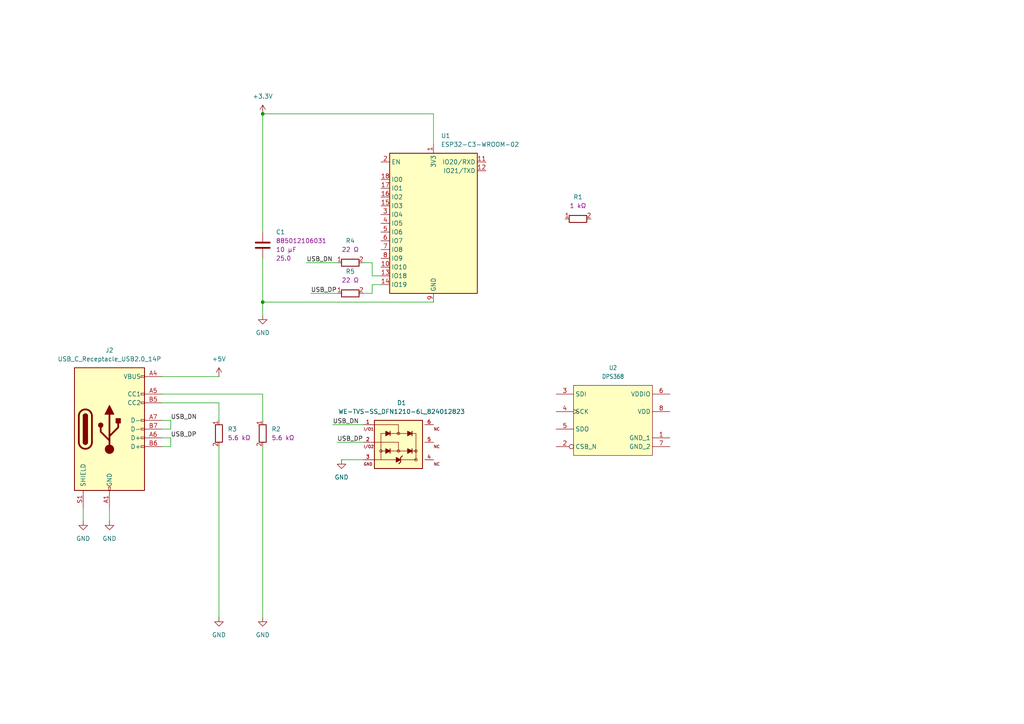
<source format=kicad_sch>
(kicad_sch (version 20250114) (generator "eeschema") (generator_version "9.0")
  (paper "A4")
  (lib_symbols
    (symbol "Capacitor_Wurth_WCAP-CSGP:0603_Fl0.35_R_885012106031" (pin_numbers (hide yes)) (pin_names (hide yes))
      (property "Reference" "C" (at 5.08 5.08 0))
      (property "Part Number" "885012106031" (at 5.08 2.54 0))
      (property "Capacitance" "10 µF" (at 5.08 0 0))
      (property "Voltage" "25.0" (at 5.08 -2.54 0))
      (symbol "0603_Fl0.35_R_885012106031_0_1"
        (polyline (pts (xy -2.032 0.762) (xy 2.032 0.762)) (stroke (width 0.508)))
        (polyline (pts (xy -2.032 -0.762) (xy 2.032 -0.762)) (stroke (width 0.508)))
      )
      (symbol "0603_Fl0.35_R_885012106031_1_1"
        (pin passive line (at 0 3.81 270) (length 2.794) (name "1") (number "1"))
        (pin passive line (at 0 -3.81 90) (length 2.794) (name "2") (number "2"))
      )
    )
    (symbol "Connector:USB_C_Receptacle_USB2.0_14P" (pin_names (offset 1.016))
      (property "Reference" "J" (at 0 22.225 0))
      (property "Value" "USB_C_Receptacle_USB2.0_14P" (at 0 19.685 0))
      (symbol "USB_C_Receptacle_USB2.0_14P_0_0"
        (rectangle (start -0.254 -17.78) (end 0.254 -16.764))
        (rectangle (start 10.16 15.494) (end 9.144 14.986))
        (rectangle (start 10.16 10.414) (end 9.144 9.906))
        (rectangle (start 10.16 7.874) (end 9.144 7.366))
        (rectangle (start 10.16 2.794) (end 9.144 2.286))
        (rectangle (start 10.16 0.254) (end 9.144 -0.254))
        (rectangle (start 10.16 -2.286) (end 9.144 -2.794))
        (rectangle (start 10.16 -4.826) (end 9.144 -5.334))
      )
      (symbol "USB_C_Receptacle_USB2.0_14P_0_1"
        (rectangle (start -10.16 17.78) (end 10.16 -17.78) (stroke (width 0.254)) (fill (type background)))
        (polyline (pts (xy -8.89 -3.81) (xy -8.89 3.81)) (stroke (width 0.508)))
        (rectangle (start -7.62 -3.81) (end -6.35 3.81) (stroke (width 0.254)) (fill (type outline)))
        (arc (start -7.62 3.81) (mid -6.985 4.4423) (end -6.35 3.81) (stroke (width 0.254)))
        (arc (start -7.62 3.81) (mid -6.985 4.4423) (end -6.35 3.81) (stroke (width 0.254)) (fill (type outline)))
        (arc (start -8.89 3.81) (mid -6.985 5.7067) (end -5.08 3.81) (stroke (width 0.508)))
        (arc (start -5.08 -3.81) (mid -6.985 -5.7067) (end -8.89 -3.81) (stroke (width 0.508)))
        (arc (start -6.35 -3.81) (mid -6.985 -4.4423) (end -7.62 -3.81) (stroke (width 0.254)))
        (arc (start -6.35 -3.81) (mid -6.985 -4.4423) (end -7.62 -3.81) (stroke (width 0.254)) (fill (type outline)))
        (polyline (pts (xy -5.08 3.81) (xy -5.08 -3.81)) (stroke (width 0.508)))
        (circle (center -2.54 1.143) (radius 0.635) (stroke (width 0.254)) (fill (type outline)))
        (polyline (pts (xy -1.27 4.318) (xy 0 6.858) (xy 1.27 4.318) (xy -1.27 4.318)) (stroke (width 0.254)) (fill (type outline)))
        (polyline (pts (xy 0 -2.032) (xy 2.54 0.508) (xy 2.54 1.778)) (stroke (width 0.508)))
        (polyline (pts (xy 0 -3.302) (xy -2.54 -0.762) (xy -2.54 0.508)) (stroke (width 0.508)))
        (polyline (pts (xy 0 -5.842) (xy 0 4.318)) (stroke (width 0.508)))
        (circle (center 0 -5.842) (radius 1.27) (fill (type outline)))
        (rectangle (start 1.905 1.778) (end 3.175 3.048) (stroke (width 0.254)) (fill (type outline)))
      )
      (symbol "USB_C_Receptacle_USB2.0_14P_1_1"
        (pin passive line (at -7.62 -22.86 90) (length 5.08) (name "SHIELD") (number "S1"))
        (pin passive line (at 0 -22.86 90) (length 5.08) (name "GND") (number "A1"))
        (pin passive line (at 0 -22.86 90) (length 5.08) (hide yes) (name "GND") (number "A12"))
        (pin passive line (at 0 -22.86 90) (length 5.08) (hide yes) (name "GND") (number "B1"))
        (pin passive line (at 0 -22.86 90) (length 5.08) (hide yes) (name "GND") (number "B12"))
        (pin passive line (at 15.24 15.24 180) (length 5.08) (name "VBUS") (number "A4"))
        (pin passive line (at 15.24 15.24 180) (length 5.08) (hide yes) (name "VBUS") (number "A9"))
        (pin passive line (at 15.24 15.24 180) (length 5.08) (hide yes) (name "VBUS") (number "B4"))
        (pin passive line (at 15.24 15.24 180) (length 5.08) (hide yes) (name "VBUS") (number "B9"))
        (pin bidirectional line (at 15.24 10.16 180) (length 5.08) (name "CC1") (number "A5"))
        (pin bidirectional line (at 15.24 7.62 180) (length 5.08) (name "CC2") (number "B5"))
        (pin bidirectional line (at 15.24 2.54 180) (length 5.08) (name "D-") (number "A7"))
        (pin bidirectional line (at 15.24 0 180) (length 5.08) (name "D-") (number "B7"))
        (pin bidirectional line (at 15.24 -2.54 180) (length 5.08) (name "D+") (number "A6"))
        (pin bidirectional line (at 15.24 -5.08 180) (length 5.08) (name "D+") (number "B6"))
      )
    )
    (symbol "DPS368:DPS368"
      (property "Reference" "U?" (at 0 0.635 0))
      (property "Value" "DPS368" (at 0 -22.225 0))
      (symbol "DPS368_1_0"
        (pin bidirectional line (at -5.08 -2.54 0) (length 5.08) (name "SDI") (number "3"))
        (pin input clock (at -5.08 -7.62 0) (length 5.08) (name "SCK") (number "4"))
        (pin output line (at -5.08 -12.7 0) (length 5.08) (name "SDO") (number "5"))
        (pin input inverted (at -5.08 -17.78 0) (length 5.08) (name "CSB_N") (number "2"))
        (pin power_in line (at 27.94 -2.54 180) (length 5.08) (name "VDDIO") (number "6"))
        (pin power_in line (at 27.94 -7.62 180) (length 5.08) (name "VDD") (number "8"))
        (pin power_in line (at 27.94 -15.24 180) (length 5.08) (name "GND_1") (number "1"))
        (pin power_in line (at 27.94 -17.78 180) (length 5.08) (name "GND_2") (number "7"))
      )
      (symbol "DPS368_1_1"
        (rectangle (start 0 0) (end 22.86 -20.32) (fill (type color) (color 255 255 194 1)))
      )
    )
    (symbol "RF_Module:ESP32-C3-WROOM-02"
      (property "Reference" "U" (at -12.192 21.336 0))
      (property "Value" "ESP32-C3-WROOM-02" (at 12.192 21.336 0))
      (symbol "ESP32-C3-WROOM-02_1_1"
        (rectangle (start -12.7 20.32) (end 12.7 -20.32) (stroke (width 0.254)) (fill (type background)))
        (pin input line (at -15.24 17.78 0) (length 2.54) (name "EN") (number "2"))
        (pin bidirectional line (at -15.24 12.7 0) (length 2.54) (name "IO0") (number "18"))
        (pin bidirectional line (at -15.24 10.16 0) (length 2.54) (name "IO1") (number "17"))
        (pin bidirectional line (at -15.24 7.62 0) (length 2.54) (name "IO2") (number "16"))
        (pin bidirectional line (at -15.24 5.08 0) (length 2.54) (name "IO3") (number "15"))
        (pin bidirectional line (at -15.24 2.54 0) (length 2.54) (name "IO4") (number "3"))
        (pin bidirectional line (at -15.24 0 0) (length 2.54) (name "IO5") (number "4"))
        (pin bidirectional line (at -15.24 -2.54 0) (length 2.54) (name "IO6") (number "5"))
        (pin bidirectional line (at -15.24 -5.08 0) (length 2.54) (name "IO7") (number "6"))
        (pin bidirectional line (at -15.24 -7.62 0) (length 2.54) (name "IO8") (number "7"))
        (pin bidirectional line (at -15.24 -10.16 0) (length 2.54) (name "IO9") (number "8"))
        (pin bidirectional line (at -15.24 -12.7 0) (length 2.54) (name "IO10") (number "10"))
        (pin bidirectional line (at -15.24 -15.24 0) (length 2.54) (name "IO18") (number "13"))
        (pin bidirectional line (at -15.24 -17.78 0) (length 2.54) (name "IO19") (number "14"))
        (pin power_in line (at 0 22.86 270) (length 2.54) (name "3V3") (number "1"))
        (pin passive line (at 0 -22.86 90) (length 2.54) (hide yes) (name "GND") (number "19"))
        (pin power_in line (at 0 -22.86 90) (length 2.54) (name "GND") (number "9"))
        (pin bidirectional line (at 15.24 17.78 180) (length 2.54) (name "IO20/RXD") (number "11"))
        (pin bidirectional line (at 15.24 15.24 180) (length 2.54) (name "IO21/TXD") (number "12"))
      )
    )
    (symbol "Resistor_Wurth_WRIS-RSKS:0402_560112110012" (pin_names (hide yes))
      (property "Reference" "R" (at 0 5.08 0))
      (property "Critical Parameter" "1 kΩ" (at 0 -7.62 0))
      (symbol "0402_560112110012_0_1"
        (rectangle (start -2.54 -1.016) (end 2.54 1.016) (stroke (width 0.254)))
      )
      (symbol "0402_560112110012_1_1"
        (pin passive line (at -3.81 0 0) (length 1.27) (name "~") (number "1"))
        (pin passive line (at 3.81 0 180) (length 1.27) (name "~") (number "2"))
      )
    )
    (symbol "Resistor_Wurth_WRIS-RSKS:0603_R_560112116017" (pin_names (hide yes))
      (property "Reference" "R" (at 0 5.08 0))
      (property "Critical Parameter" "5.6 kΩ" (at 0 -7.62 0))
      (symbol "0603_R_560112116017_0_1"
        (rectangle (start -2.54 -1.016) (end 2.54 1.016) (stroke (width 0.254)))
      )
      (symbol "0603_R_560112116017_1_1"
        (pin passive line (at -3.81 0 0) (length 1.27) (name "~") (number "1"))
        (pin passive line (at 3.81 0 180) (length 1.27) (name "~") (number "2"))
      )
    )
    (symbol "Resistor_Wurth_WRIS-RSKS:0603_R_560112116043" (pin_names (hide yes))
      (property "Reference" "R" (at 0 5.08 0))
      (property "Critical Parameter" "22 Ω" (at 0 -7.62 0))
      (symbol "0603_R_560112116043_0_1"
        (rectangle (start -2.54 -1.016) (end 2.54 1.016) (stroke (width 0.254)))
      )
      (symbol "0603_R_560112116043_1_1"
        (pin passive line (at -3.81 0 0) (length 1.27) (name "~") (number "1"))
        (pin passive line (at 3.81 0 180) (length 1.27) (name "~") (number "2"))
      )
    )
    (symbol "WE-TVS-SS_DFN1210-6L_824012823:WE-TVS-SS_DFN1210-6L_824012823" (pin_names (offset 1.016))
      (property "Reference" "D" (at 0 7.62 0))
      (property "Value" "WE-TVS-SS_DFN1210-6L_824012823" (at 0 -10.16 0))
      (symbol "WE-TVS-SS_DFN1210-6L_824012823_0_0"
        (rectangle (start -6.985 -7.62) (end 6.985 6.35) (stroke (width 0.254)) (fill (type background)))
        (circle (center -5.08 -2.54) (radius 0.381))
        (polyline (pts (xy -5.08 -5.08) (xy -7.62 -5.08)) (stroke (width 0.1524)))
        (polyline (pts (xy -5.08 -5.08) (xy -5.08 2.54)) (stroke (width 0.1524)))
        (polyline (pts (xy -5.08 -5.08) (xy 5.08 -5.08)) (stroke (width 0.1524)))
        (polyline (pts (xy -3.81 2.54) (xy -5.08 2.54)) (stroke (width 0.1524)))
        (polyline (pts (xy -3.81 -2.54) (xy -5.08 -2.54)) (stroke (width 0.1524)))
        (polyline (pts (xy -3.683 1.905) (xy -2.413 2.54) (xy -3.683 3.175) (xy -3.683 1.905)) (stroke (width 0.254)) (fill (type outline)))
        (polyline (pts (xy -3.683 -3.175) (xy -2.413 -2.54) (xy -3.683 -1.905) (xy -3.683 -3.175)) (stroke (width 0.254)) (fill (type outline)))
        (polyline (pts (xy -2.413 2.54) (xy -2.413 3.175)) (stroke (width 0.254)))
        (polyline (pts (xy -2.413 1.905) (xy -2.413 2.54)) (stroke (width 0.254)))
        (polyline (pts (xy -2.413 -3.175) (xy -2.413 -1.905)) (stroke (width 0.254)))
        (polyline (pts (xy -0.635 -5.715) (xy 0.635 -5.08) (xy -0.635 -4.445) (xy -0.635 -5.715)) (stroke (width 0.254)) (fill (type outline)))
        (polyline (pts (xy 0 5.08) (xy -7.62 5.08)) (stroke (width 0.1524)))
        (circle (center 0 2.54) (radius 0.381))
        (polyline (pts (xy 0 2.54) (xy -2.413 2.54)) (stroke (width 0.1524)))
        (polyline (pts (xy 0 2.54) (xy 0 5.08)) (stroke (width 0.1524)))
        (polyline (pts (xy 0 0) (xy -7.62 0)) (stroke (width 0.1524)))
        (polyline (pts (xy 0 -2.54) (xy -2.54 -2.54)) (stroke (width 0.1524)))
        (polyline (pts (xy 0 -2.54) (xy 0 0)) (stroke (width 0.1524)))
        (circle (center 0 -2.54) (radius 0.381))
        (polyline (pts (xy 0.635 -4.445) (xy 1.143 -3.937)) (stroke (width 0.254)))
        (polyline (pts (xy 0.635 -5.715) (xy 0.127 -6.223)) (stroke (width 0.254)))
        (polyline (pts (xy 0.635 -5.715) (xy 0.635 -4.445)) (stroke (width 0.254)))
        (polyline (pts (xy 2.54 2.54) (xy 0 2.54)) (stroke (width 0.1524)))
        (polyline (pts (xy 2.54 -2.54) (xy 0 -2.54)) (stroke (width 0.1524)))
        (polyline (pts (xy 2.667 1.905) (xy 3.937 2.54) (xy 2.667 3.175) (xy 2.667 1.905)) (stroke (width 0.254)) (fill (type outline)))
        (polyline (pts (xy 2.667 -3.175) (xy 3.937 -2.54) (xy 2.667 -1.905) (xy 2.667 -3.175)) (stroke (width 0.254)) (fill (type outline)))
        (polyline (pts (xy 3.81 -2.54) (xy 5.08 -2.54)) (stroke (width 0.1524)))
        (polyline (pts (xy 3.937 2.54) (xy 3.937 3.175)) (stroke (width 0.254)))
        (polyline (pts (xy 3.937 2.54) (xy 5.08 2.54)) (stroke (width 0.1524)))
        (polyline (pts (xy 3.937 1.905) (xy 3.937 2.54)) (stroke (width 0.254)))
        (polyline (pts (xy 3.937 -3.175) (xy 3.937 -1.905)) (stroke (width 0.254)))
        (circle (center 5.08 -2.54) (radius 0.381))
        (polyline (pts (xy 5.08 -5.08) (xy 5.08 2.54)) (stroke (width 0.1524)))
        (circle (center 5.08 -5.08) (radius 0.381))
        (text "I/O1" (at -10.16 3.81 0) (effects (font (size 0.8128 0.8128)) (justify left)))
        (text "I/O2" (at -10.16 -1.27 0) (effects (font (size 0.8128 0.8128)) (justify left)))
        (text "GND" (at -10.16 -6.35 0) (effects (font (size 0.8128 0.8128)) (justify left)))
        (text "NC" (at 10.16 3.81 0) (effects (font (size 0.8128 0.8128)) (justify left)))
        (text "NC" (at 10.16 -1.27 0) (effects (font (size 0.8128 0.8128)) (justify left)))
        (text "NC" (at 10.16 -6.35 0) (effects (font (size 0.8128 0.8128)) (justify left)))
        (pin passive line (at -10.16 5.08 0) (length 2.54) (name "~") (number "1"))
        (pin passive line (at -10.16 0 0) (length 2.54) (name "~") (number "2"))
        (pin passive line (at -10.16 -5.08 0) (length 2.54) (name "~") (number "3"))
        (pin passive line (at 10.16 5.08 180) (length 2.54) (name "~") (number "6"))
        (pin passive line (at 10.16 0 180) (length 2.54) (name "~") (number "5"))
        (pin passive line (at 10.16 -5.08 180) (length 2.54) (name "~") (number "4"))
      )
    )
    (symbol "power:+3.3V" (power) (pin_numbers (hide yes)) (pin_names (offset 0) (hide yes))
      (property "Value" "+3.3V" (at 0 3.556 0))
      (symbol "+3.3V_0_1"
        (polyline (pts (xy -0.762 1.27) (xy 0 2.54)))
        (polyline (pts (xy 0 2.54) (xy 0.762 1.27)))
        (polyline (pts (xy 0 0) (xy 0 2.54)))
      )
      (symbol "+3.3V_1_1"
        (pin power_in line (at 0 0 90) (length 0) (name "~") (number "1"))
      )
    )
    (symbol "power:+5V" (power) (pin_numbers (hide yes)) (pin_names (offset 0) (hide yes))
      (property "Value" "+5V" (at 0 3.556 0))
      (symbol "+5V_0_1"
        (polyline (pts (xy -0.762 1.27) (xy 0 2.54)))
        (polyline (pts (xy 0 2.54) (xy 0.762 1.27)))
        (polyline (pts (xy 0 0) (xy 0 2.54)))
      )
      (symbol "+5V_1_1"
        (pin power_in line (at 0 0 90) (length 0) (name "~") (number "1"))
      )
    )
    (symbol "power:GND" (power) (pin_numbers (hide yes)) (pin_names (offset 0) (hide yes))
      (property "Value" "GND" (at 0 -3.81 0))
      (symbol "GND_0_1"
        (polyline (pts (xy 0 0) (xy 0 -1.27) (xy 1.27 -1.27) (xy 0 -2.54) (xy -1.27 -1.27) (xy 0 -1.27)))
      )
      (symbol "GND_1_1"
        (pin power_in line (at 0 0 270) (length 0) (name "~") (number "1"))
      )
    )
  )
  (junction (at 76.2 33.02))
  (junction (at 76.2 87.63))
  (wire (pts (xy 90.17 85.09) (xy 97.79 85.09)))
  (wire (pts (xy 31.75 147.32) (xy 31.75 151.13)))
  (wire (pts (xy 46.99 116.84) (xy 63.5 116.84)))
  (wire (pts (xy 76.2 87.63) (xy 76.2 91.44)))
  (wire (pts (xy 110.49 80.01) (xy 107.95 80.01)))
  (wire (pts (xy 76.2 74.93) (xy 76.2 87.63)))
  (wire (pts (xy 63.5 129.54) (xy 63.5 179.07)))
  (wire (pts (xy 107.95 80.01) (xy 107.95 76.2)))
  (wire (pts (xy 107.95 76.2) (xy 105.41 76.2)))
  (wire (pts (xy 46.99 129.54) (xy 49.53 129.54)))
  (wire (pts (xy 99.06 133.35) (xy 105.41 133.35)))
  (wire (pts (xy 97.79 128.27) (xy 105.41 128.27)))
  (wire (pts (xy 76.2 129.54) (xy 76.2 179.07)))
  (wire (pts (xy 125.73 87.63) (xy 76.2 87.63)))
  (wire (pts (xy 46.99 114.3) (xy 76.2 114.3)))
  (wire (pts (xy 107.95 85.09) (xy 105.41 85.09)))
  (wire (pts (xy 63.5 116.84) (xy 63.5 121.92)))
  (wire (pts (xy 46.99 121.92) (xy 49.53 121.92)))
  (wire (pts (xy 63.5 109.22) (xy 46.99 109.22)))
  (wire (pts (xy 76.2 33.02) (xy 125.73 33.02)))
  (wire (pts (xy 107.95 82.55) (xy 107.95 85.09)))
  (wire (pts (xy 96.52 123.19) (xy 105.41 123.19)))
  (wire (pts (xy 49.53 121.92) (xy 49.53 124.46)))
  (wire (pts (xy 49.53 124.46) (xy 46.99 124.46)))
  (wire (pts (xy 76.2 121.92) (xy 76.2 114.3)))
  (wire (pts (xy 125.73 33.02) (xy 125.73 41.91)))
  (wire (pts (xy 76.2 67.31) (xy 76.2 33.02)))
  (wire (pts (xy 46.99 127) (xy 49.53 127)))
  (wire (pts (xy 110.49 82.55) (xy 107.95 82.55)))
  (wire (pts (xy 24.13 147.32) (xy 24.13 151.13)))
  (wire (pts (xy 88.9 76.2) (xy 97.79 76.2)))
  (wire (pts (xy 49.53 127) (xy 49.53 129.54)))
  (label "USB_DN" (at 96.52 123.19 0))
  (label "USB_DP" (at 97.79 128.27 0))
  (label "USB_DP" (at 90.17 85.09 0))
  (label "USB_DP" (at 49.53 127 0))
  (label "USB_DN" (at 88.9 76.2 0))
  (label "USB_DN" (at 49.53 121.92 0))
  (symbol (lib_id "RF_Module:ESP32-C3-WROOM-02") (at 125.73 64.77 0) (unit 1)
    (property "Reference" "U1" (at 127.8733 39.37 0) (effects (justify left)))
    (property "Value" "ESP32-C3-WROOM-02" (at 127.8733 41.91 0) (effects (justify left)))
    (property "Footprint" "RF_Module:ESP32-C3-WROOM-02" (effects (hide yes)))
    (property "Datasheet" "https://www.espressif.com/sites/default/files/documentation/esp32-c3-wroom-02_datasheet_en.pdf" (effects (hide yes)))
    (property "Description" "802.11 b/g/n Wi­Fi and Bluetooth 5 module, ESP32­C3 SoC, RISC­V microprocessor, On-board antenna" (effects (hide yes)))
  )
  (symbol (lib_id "power:+5V") (at 63.5 109.22 0) (unit 1)
    (property "Reference" "#PWR07" (effects (hide yes)))
    (property "Value" "+5V" (at 63.5 104.14 0))
    (property "Description" "Power symbol creates a global label with name \"+5V\"" (effects (hide yes)))
  )
  (symbol (lib_id "power:GND") (at 76.2 91.44 0) (unit 1)
    (property "Reference" "#PWR02" (effects (hide yes)))
    (property "Value" "GND" (at 76.2 96.52 0))
    (property "Description" "Power symbol creates a global label with name \"GND\" , ground" (effects (hide yes)))
  )
  (symbol (lib_id "power:GND") (at 63.5 179.07 0) (unit 1)
    (property "Reference" "#PWR05" (effects (hide yes)))
    (property "Value" "GND" (at 63.5 184.15 0))
    (property "Description" "Power symbol creates a global label with name \"GND\" , ground" (effects (hide yes)))
  )
  (symbol (lib_id "Resistor_Wurth_WRIS-RSKS:0402_560112110012") (at 167.64 63.5 0) (unit 1)
    (property "Reference" "R1" (at 167.64 57.15 0))
    (property "Value" "0402_560112110012" (effects (hide yes)))
    (property "Footprint" "Resistor_SMD_Wurth:R_Wurth_WRIS-RSKS-0402" (effects (hide yes)))
    (property "Datasheet" "https://www.we-online.com/catalog/datasheet/560112110012.pdf?ki" (effects (hide yes)))
    (property "Description" "Anti-Sulfur Thick Film Resistors" (effects (hide yes)))
    (property "Manufacturer" "Wurth Elektronik" (effects (hide yes)))
    (property "Manufacturer URL" "https://www.we-online.com" (effects (hide yes)))
    (property "Published Date" "20250214" (effects (hide yes)))
    (property "Match Code" "WRIS-RSKS" (effects (hide yes)))
    (property "MPN" "560112110012" (effects (hide yes)))
    (property "Size" "0402" (effects (hide yes)))
    (property "Mounting Technology" "SMT" (effects (hide yes)))
    (property "R" "1 kΩ" (effects (hide yes)))
    (property "Tol. R" "±1%" (effects (hide yes)))
    (property "PRated (mW)" "100.0" (effects (hide yes)))
    (property "TCR (ppm/ °C)" "-100" (effects (hide yes)))
    (property "TCR (ppm/ °C).1" "100" (effects (hide yes)))
    (property "VE (V)" "50" (effects (hide yes)))
    (property "L (mm)" "1.0" (effects (hide yes)))
    (property "W (mm)" "0.5" (effects (hide yes)))
    (property "H (mm)" "0.35" (effects (hide yes)))
    (property "Critical Parameter" "1 kΩ" (at 167.64 59.69 0))
  )
  (symbol (lib_id "power:GND") (at 76.2 179.07 0) (unit 1)
    (property "Reference" "#PWR06" (effects (hide yes)))
    (property "Value" "GND" (at 76.2 184.15 0))
    (property "Description" "Power symbol creates a global label with name \"GND\" , ground" (effects (hide yes)))
  )
  (symbol (lib_id "Capacitor_Wurth_WCAP-CSGP:0603_Fl0.35_R_885012106031") (at 76.2 71.12 0) (unit 1)
    (property "Reference" "C1" (at 80.01 67.3099 0) (effects (justify left)))
    (property "Value" "0603_Fl0.35_R_885012106031" (effects (hide yes)))
    (property "Footprint" "Capacitor_SMD_Wurth:C_Wurth_WCAP-CSGP-0603_Fl0.35_R" (effects (hide yes)))
    (property "Datasheet" "https://www.we-online.com/catalog/datasheet/885012106031.pdf?ki" (effects (hide yes)))
    (property "Description" "MLCCs 25 V(DC)" (effects (hide yes)))
    (property "Manufacturer" "Wurth Elektronik" (effects (hide yes)))
    (property "Manufacturer URL" "https://www.we-online.com" (effects (hide yes)))
    (property "Published Date" "20251008" (effects (hide yes)))
    (property "Match Code" "WCAP-CSGP" (effects (hide yes)))
    (property "Size" "0603_Fl0.35_R" (effects (hide yes)))
    (property "Mounting Technology" "SMT" (effects (hide yes)))
    (property "Part Number" "885012106031" (at 80.01 69.8499 0) (effects (justify left)))
    (property "Capacitance" "10 µF" (at 80.01 72.3899 0) (effects (justify left)))
    (property "Voltage" "25.0" (at 80.01 74.9299 0) (effects (justify left)))
    (property "C" "10 µF" (effects (hide yes)))
    (property "Tol. C" "±20%" (effects (hide yes)))
    (property "VR (V (DC))" "25.0" (effects (hide yes)))
    (property "Operating Temperature" "-55 °C up to +85 °C" (effects (hide yes)))
    (property "DF (%)" "20" (effects (hide yes)))
    (property "RISO" "0.01 GΩ" (effects (hide yes)))
    (property "Ceramic Type" "X5R Class II" (effects (hide yes)))
    (property "L (mm)" "1.6" (effects (hide yes)))
    (property "W (mm)" "0.8" (effects (hide yes)))
    (property "H (mm)" "0.8" (effects (hide yes)))
    (property "Fl (mm)" "0.35" (effects (hide yes)))
    (property "Q (%)" "–" (effects (hide yes)))
    (property "Demoboard" "nan" (effects (hide yes)))
  )
  (symbol (lib_id "WE-TVS-SS_DFN1210-6L_824012823:WE-TVS-SS_DFN1210-6L_824012823") (at 115.57 128.27 0) (unit 1)
    (property "Reference" "D1" (at 116.4732 116.84 0))
    (property "Value" "WE-TVS-SS_DFN1210-6L_824012823" (at 116.4732 119.38 0))
    (property "Footprint" "WE-TVS-SS_DFN1210-6L_824012823:WE-TVS_DFN1210-6L" (effects (hide yes)))
    (property "Datasheet" "https://www.we-online.com/components/products/datasheet/824012823.pdf" (effects (hide yes)))
    (property "MF" "Würth Elektronik" (effects (hide yes)))
    (property "Description_1" "ESD Protection Diodes / TVS Diodes WE-TVS Diode Array 3.3V 0.18pF 2Channel" (effects (hide yes)))
    (property "Package" "XFDFN-6 Wurth Electronics Inc." (effects (hide yes)))
    (property "Price" "None" (effects (hide yes)))
    (property "SnapEDA_Link" "https://www.snapeda.com/parts/824012823/W%25C3%25BCrth+Elektronik+Midcom/view-part/?ref=snap" (effects (hide yes)))
    (property "MP" "824012823" (effects (hide yes)))
    (property "Purchase-URL" "https://www.snapeda.com/api/url_track_click_mouser/?unipart_id=3282752&manufacturer=Würth Elektronik&part_name=824012823&search_term=None" (effects (hide yes)))
    (property "Availability" "In Stock" (effects (hide yes)))
    (property "Check_prices" "https://www.snapeda.com/parts/824012823/W%25C3%25BCrth+Elektronik+Midcom/view-part/?ref=eda" (effects (hide yes)))
    (property "MPN" "824012823" (effects (hide yes)))
  )
  (symbol (lib_id "power:+3.3V") (at 76.2 33.02 0) (unit 1)
    (property "Reference" "#PWR01" (effects (hide yes)))
    (property "Value" "+3.3V" (at 76.2 27.94 0))
    (property "Description" "Power symbol creates a global label with name \"+3.3V\"" (effects (hide yes)))
  )
  (symbol (lib_id "Resistor_Wurth_WRIS-RSKS:0603_R_560112116017") (at 63.5 125.73 270) (unit 1)
    (property "Reference" "R3" (at 66.04 124.4599 90) (effects (justify left)))
    (property "Value" "0603_R_560112116017" (effects (hide yes)))
    (property "Footprint" "Resistor_SMD_Wurth:R_Wurth_WRIS-RSKS-0603_R" (effects (hide yes)))
    (property "Datasheet" "https://www.we-online.com/catalog/datasheet/560112116017.pdf?ki" (effects (hide yes)))
    (property "Description" "Anti-Sulfur Thick Film Resistors" (effects (hide yes)))
    (property "Manufacturer" "Wurth Elektronik" (effects (hide yes)))
    (property "Manufacturer URL" "https://www.we-online.com" (effects (hide yes)))
    (property "Published Date" "20250214" (effects (hide yes)))
    (property "Match Code" "WRIS-RSKS" (effects (hide yes)))
    (property "Part Number" "560112116017" (effects (hide yes)))
    (property "Size" "0603_R" (effects (hide yes)))
    (property "Mounting Technology" "SMT" (effects (hide yes)))
    (property "R" "5.6 kΩ" (effects (hide yes)))
    (property "Tol. R" "±1%" (effects (hide yes)))
    (property "PRated (mW)" "100.0" (effects (hide yes)))
    (property "TCR (ppm/ °C)" "-100" (effects (hide yes)))
    (property "TCR (ppm/ °C).1" "100" (effects (hide yes)))
    (property "VE (V)" "75" (effects (hide yes)))
    (property "L (mm)" "1.6" (effects (hide yes)))
    (property "W (mm)" "0.8" (effects (hide yes)))
    (property "H (mm)" "0.45" (effects (hide yes)))
    (property "Critical Parameter" "5.6 kΩ" (at 66.04 126.9999 90) (effects (justify left)))
  )
  (symbol (lib_id "power:GND") (at 99.06 133.35 0) (unit 1)
    (property "Reference" "#PWR08" (effects (hide yes)))
    (property "Value" "GND" (at 99.06 138.43 0))
    (property "Description" "Power symbol creates a global label with name \"GND\" , ground" (effects (hide yes)))
  )
  (symbol (lib_id "power:GND") (at 24.13 151.13 0) (unit 1)
    (property "Reference" "#PWR03" (effects (hide yes)))
    (property "Value" "GND" (at 24.13 156.21 0))
    (property "Description" "Power symbol creates a global label with name \"GND\" , ground" (effects (hide yes)))
  )
  (symbol (lib_id "Resistor_Wurth_WRIS-RSKS:0603_R_560112116017") (at 76.2 125.73 270) (unit 1)
    (property "Reference" "R2" (at 78.74 124.4599 90) (effects (justify left)))
    (property "Value" "0603_R_560112116017" (effects (hide yes)))
    (property "Footprint" "Resistor_SMD_Wurth:R_Wurth_WRIS-RSKS-0603_R" (effects (hide yes)))
    (property "Datasheet" "https://www.we-online.com/catalog/datasheet/560112116017.pdf?ki" (effects (hide yes)))
    (property "Description" "Anti-Sulfur Thick Film Resistors" (effects (hide yes)))
    (property "Manufacturer" "Wurth Elektronik" (effects (hide yes)))
    (property "Manufacturer URL" "https://www.we-online.com" (effects (hide yes)))
    (property "Published Date" "20250214" (effects (hide yes)))
    (property "Match Code" "WRIS-RSKS" (effects (hide yes)))
    (property "Part Number" "560112116017" (effects (hide yes)))
    (property "Size" "0603_R" (effects (hide yes)))
    (property "Mounting Technology" "SMT" (effects (hide yes)))
    (property "R" "5.6 kΩ" (effects (hide yes)))
    (property "Tol. R" "±1%" (effects (hide yes)))
    (property "PRated (mW)" "100.0" (effects (hide yes)))
    (property "TCR (ppm/ °C)" "-100" (effects (hide yes)))
    (property "TCR (ppm/ °C).1" "100" (effects (hide yes)))
    (property "VE (V)" "75" (effects (hide yes)))
    (property "L (mm)" "1.6" (effects (hide yes)))
    (property "W (mm)" "0.8" (effects (hide yes)))
    (property "H (mm)" "0.45" (effects (hide yes)))
    (property "Critical Parameter" "5.6 kΩ" (at 78.74 126.9999 90) (effects (justify left)))
  )
  (symbol (lib_id "Resistor_Wurth_WRIS-RSKS:0603_R_560112116043") (at 101.6 85.09 0) (unit 1)
    (property "Reference" "R5" (at 101.6 78.74 0))
    (property "Value" "0603_R_560112116043" (effects (hide yes)))
    (property "Footprint" "Resistor_SMD_Wurth:R_Wurth_WRIS-RSKS-0603_R" (effects (hide yes)))
    (property "Datasheet" "https://www.we-online.com/catalog/datasheet/560112116043.pdf?ki" (effects (hide yes)))
    (property "Description" "Anti-Sulfur Thick Film Resistors" (effects (hide yes)))
    (property "Manufacturer" "Wurth Elektronik" (effects (hide yes)))
    (property "Manufacturer URL" "https://www.we-online.com" (effects (hide yes)))
    (property "Published Date" "20250214" (effects (hide yes)))
    (property "Match Code" "WRIS-RSKS" (effects (hide yes)))
    (property "Part Number" "560112116043" (effects (hide yes)))
    (property "Size" "0603_R" (effects (hide yes)))
    (property "Mounting Technology" "SMT" (effects (hide yes)))
    (property "R" "22 Ω" (effects (hide yes)))
    (property "Tol. R" "±5%" (effects (hide yes)))
    (property "PRated (mW)" "100.0" (effects (hide yes)))
    (property "TCR (ppm/ °C)" "-100" (effects (hide yes)))
    (property "TCR (ppm/ °C).1" "100" (effects (hide yes)))
    (property "VE (V)" "75" (effects (hide yes)))
    (property "L (mm)" "1.6" (effects (hide yes)))
    (property "W (mm)" "0.8" (effects (hide yes)))
    (property "H (mm)" "0.45" (effects (hide yes)))
    (property "Critical Parameter" "22 Ω" (at 101.6 81.28 0))
    (property "MPN" "560112116043" (effects (hide yes)))
  )
  (symbol (lib_id "DPS368:DPS368") (at 166.37 111.76 0) (unit 1)
    (property "Reference" "U2" (at 177.8 106.68 0) (effects (font (size 1.27 1.0795))))
    (property "Value" "DPS368" (at 177.8 109.22 0) (effects (font (size 1.27 1.0795))))
    (property "Footprint" "DPS368:LGA8S145X65P2X4_200X250X110-V" (effects (hide yes)))
    (property "Description" "Digital Barometric Pressure Sensor for Portable Devices" (effects (hide yes)))
  )
  (symbol (lib_id "power:GND") (at 31.75 151.13 0) (unit 1)
    (property "Reference" "#PWR04" (effects (hide yes)))
    (property "Value" "GND" (at 31.75 156.21 0))
    (property "Description" "Power symbol creates a global label with name \"GND\" , ground" (effects (hide yes)))
  )
  (symbol (lib_id "Connector:USB_C_Receptacle_USB2.0_14P") (at 31.75 124.46 0) (unit 1)
    (property "Reference" "J2" (at 31.75 101.6 0))
    (property "Value" "USB_C_Receptacle_USB2.0_14P" (at 31.75 104.14 0))
    (property "Footprint" "Eagle_WR-USB (rev25c):629722000214" (effects (hide yes)))
    (property "Datasheet" "https://www.usb.org/sites/default/files/documents/usb_type-c.zip" (effects (hide yes)))
    (property "Description" "USB 2.0-only 14P Type-C Receptacle connector" (effects (hide yes)))
    (property "MPN" "629722000214" (effects (hide yes)))
  )
  (symbol (lib_id "Resistor_Wurth_WRIS-RSKS:0603_R_560112116043") (at 101.6 76.2 0) (unit 1)
    (property "Reference" "R4" (at 101.6 69.85 0))
    (property "Value" "0603_R_560112116043" (effects (hide yes)))
    (property "Footprint" "Resistor_SMD_Wurth:R_Wurth_WRIS-RSKS-0603_R" (effects (hide yes)))
    (property "Datasheet" "https://www.we-online.com/catalog/datasheet/560112116043.pdf?ki" (effects (hide yes)))
    (property "Description" "Anti-Sulfur Thick Film Resistors" (effects (hide yes)))
    (property "Manufacturer" "Wurth Elektronik" (effects (hide yes)))
    (property "Manufacturer URL" "https://www.we-online.com" (effects (hide yes)))
    (property "Published Date" "20250214" (effects (hide yes)))
    (property "Match Code" "WRIS-RSKS" (effects (hide yes)))
    (property "Part Number" "560112116043" (effects (hide yes)))
    (property "Size" "0603_R" (effects (hide yes)))
    (property "Mounting Technology" "SMT" (effects (hide yes)))
    (property "R" "22 Ω" (effects (hide yes)))
    (property "Tol. R" "±5%" (effects (hide yes)))
    (property "PRated (mW)" "100.0" (effects (hide yes)))
    (property "TCR (ppm/ °C)" "-100" (effects (hide yes)))
    (property "TCR (ppm/ °C).1" "100" (effects (hide yes)))
    (property "VE (V)" "75" (effects (hide yes)))
    (property "L (mm)" "1.6" (effects (hide yes)))
    (property "W (mm)" "0.8" (effects (hide yes)))
    (property "H (mm)" "0.45" (effects (hide yes)))
    (property "Critical Parameter" "22 Ω" (at 101.6 72.39 0))
    (property "MPN" "560112116043" (effects (hide yes)))
  )
)
</source>
